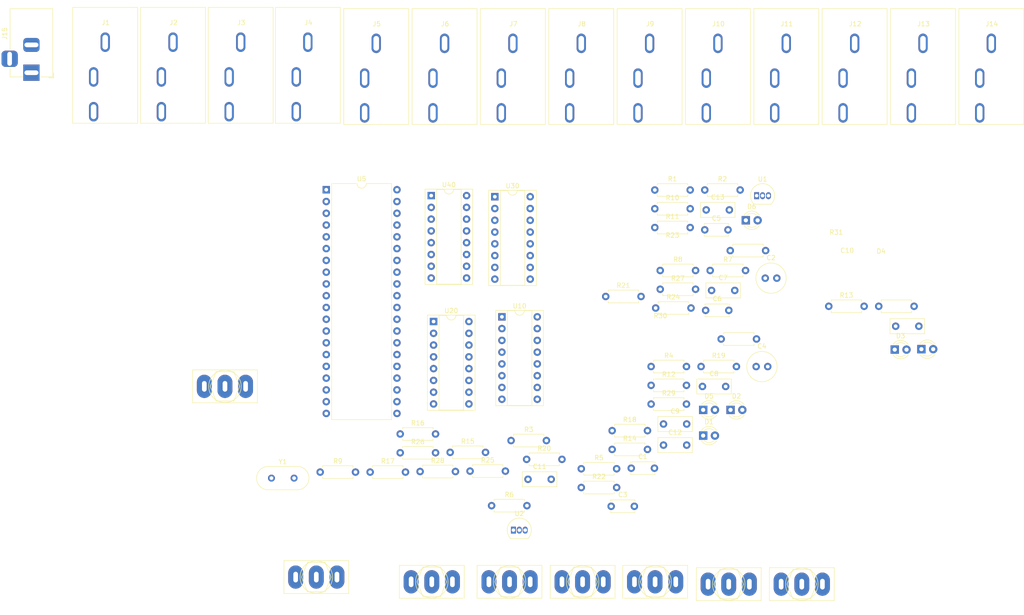
<source format=kicad_pcb>
(kicad_pcb (version 20211014) (generator pcbnew)
  (layers (0 "F.Cu" signal) (31 "B.Cu" signal) (34 "B.Paste" user) (35 "F.Paste" user) (36 "B.SilkS" user "B.Silkscreen") (37 "F.SilkS" user "F.Silkscreen") (38 "B.Mask" user) (39 "F.Mask" user) (44 "Edge.Cuts" user))
  (net 0 "")
  (net 1 "Net-(C1-Pad1)")
  (net 2 "GND")
  (net 3 "VCC")
  (net 4 "/Vr")
  (net 5 "Net-(C5-Pad1)")
  (net 6 "Net-(C6-Pad1)")
  (net 7 "Net-(C8-Pad1)")
  (net 8 "Net-(C8-Pad2)")
  (net 9 "Net-(C13-Pad1)")
  (net 10 "Net-(C13-Pad2)")
  (net 11 "/S11")
  (net 12 "/S13")
  (net 13 "/S22")
  (net 14 "/S31")
  (net 15 "/S33")
  (net 16 "/S42")
  (net 17 "Net-(R1-Pad2)")
  (net 18 "Net-(R3-Pad2)")
  (net 19 "Net-(R7-Pad2)")
  (net 20 "Net-(J2-PadT)")
  (net 21 "Net-(R9-Pad1)")
  (net 22 "Net-(J3-PadT)")
  (net 23 "Net-(J4-PadT)")
  (net 24 "Net-(R12-Pad2)")
  (net 25 "Net-(R13-Pad2)")
  (net 26 "Net-(R14-Pad2)")
  (net 27 "Net-(R15-Pad2)")
  (net 28 "Net-(J5-PadT)")
  (net 29 "Net-(R17-Pad1)")
  (net 30 "Net-(J8-PadT)")
  (net 31 "Net-(J6-PadT)")
  (net 32 "Net-(R20-Pad1)")
  (net 33 "Net-(J9-PadT)")
  (net 34 "Net-(J7-PadT)")
  (net 35 "Net-(J10-PadT)")
  (net 36 "Net-(R24-Pad2)")
  (net 37 "Net-(R25-Pad2)")
  (net 38 "Net-(J11-PadT)")
  (net 39 "Net-(R28-Pad1)")
  (net 40 "Net-(J12-PadT)")
  (net 41 "Net-(J13-PadT)")
  (net 42 "Net-(SW1-Pad2)")
  (net 43 "Net-(SW2-Pad2)")
  (net 44 "Net-(SW3-Pad2)")
  (net 45 "Net-(SW4-Pad2)")
  (net 46 "Net-(SW5-Pad2)")
  (net 47 "Net-(SW6-Pad2)")
  (net 48 "Net-(SW11-Pad1)")
  (net 49 "Net-(SW12-Pad2)")
  (net 50 "/S32")
  (net 51 "/S41")
  (net 52 "/S43")
  (net 55 "Net-(M1-Pad7)")
  (net 56 "Net-(M1-Pad6)")
  (net 57 "Net-(M1-Pad4)")
  (net 58 "Net-(M1-Pad2)")
  (net 59 "Net-(M1-Pad1)")
  (net 60 "Net-(M1-Pad9)")
  (net 61 "Net-(M1-Pad10)")
  (net 62 "Net-(M1-Pad5)")
  (net 66 "/S23")
  (net 67 "/S21")
  (net 68 "/S12")
  (footprint "BDMLibrary:SW_Toggle_Blue_wSlots" (layer "F.Cu") (at 154.188 161.036)
    (fp_text reference "SW4" hide)
    (fp_text value "Fx4")
    (pad "1" thru_hole oval (at -4.45 0) (size 3.2 5) (drill oval 1 2.3) (layers *.Cu) (net 2 "GND"))
    (pad "2" thru_hole oval (at 0 0) (size 3.2 5) (drill oval 1 2.3) (layers *.Cu) (net 45 "Net-(SW4-Pad2)"))
    (pad "3" thru_hole oval (at 4.45 0) (size 3.2 5) (drill oval 1 2.3) (layers *.Cu) (net 3 "VCC"))
  )
  (footprint "Capacitor_THT:C_Rect_L7.2mm_W3.0mm_P5.00mm_FKS2_FKP2_MKS2_MKP2" (layer "F.Cu") (at 165.198 80.81)
    (fp_text reference "C13" (at 2.5 -2.75) (layer "F.SilkS"))
    (fp_text value "2.2uF")
    (pad "1" thru_hole circle (at 0 0) (size 1.6 1.6) (drill 0.8) (layers *.Cu *.Mask) (net 9 "Net-(C13-Pad1)"))
    (pad "2" thru_hole circle (at 5 0) (size 1.6 1.6) (drill 0.8) (layers *.Cu *.Mask) (net 10 "Net-(C13-Pad2)"))
  )
  (footprint "BDMLibrary:SW_Toggle_Blue_wSlots" (layer "F.Cu") (at 61.468 118.872)
    (fp_text reference "SW11" hide)
    (fp_text value "Edit")
    (pad "1" thru_hole oval (at -4.45 0) (size 3.2 5) (drill oval 1 2.3) (layers *.Cu) (net 48 "Net-(SW11-Pad1)"))
    (pad "2" thru_hole oval (at 0 0) (size 3.2 5) (drill oval 1 2.3) (layers *.Cu) (net 3 "VCC"))
    (pad "3" thru_hole oval (at 4.45 0) (size 3.2 5) (drill oval 1 2.3) (layers *.Cu))
  )
  (footprint "Resistor_THT:R_Axial_DIN0207_L6.3mm_D2.5mm_P7.62mm_Horizontal" (layer "F.Cu") (at 155.288 93.876)
    (fp_text reference "R8" (at 3.81 -2.37) (layer "F.SilkS"))
    (fp_text value "1M")
    (pad "1" thru_hole circle (at 0 0) (size 1.6 1.6) (drill 0.8) (layers *.Cu *.Mask) (net 4 "/Vr"))
    (pad "2" thru_hole oval (at 7.62 0) (size 1.6 1.6) (drill 0.8) (layers *.Cu *.Mask) (net 20 "Net-(J2-PadT)"))
  )
  (footprint "BDMLibrary:Mono Female Socket Connector" (layer "F.Cu") (at 175.467 37.379)
    (fp_text reference "J11")
    (fp_text value "Fx5Out")
    (fp_text user "${REFERENCE}" (at 7.112 3.302 unlocked) (layer "F.SilkS"))
    (pad "1" thru_hole oval (at 7 7.5 90) (size 4.2 2) (drill oval 3.2 1.2) (layers *.Cu *.Mask))
    (pad "2" thru_hole oval (at 4.5 22.5 90) (size 4.2 2) (drill oval 3.2 1.2) (layers *.Cu *.Mask))
    (pad "3" thru_hole oval (at 4.5 15 90) (size 4.2 2) (drill oval 3.2 1.2) (layers *.Cu *.Mask))
  )
  (footprint "Package_DIP:DIP-40_W15.24mm" (layer "F.Cu") (at 83.307 76.459)
    (fp_text reference "U5" (at 7.62 -2.33) (layer "F.SilkS"))
    (fp_text value "ATmega8535-16P")
    (pad "1" thru_hole rect (at 0 0) (size 1.6 1.6) (drill 0.8) (layers *.Cu *.Mask) (net 14 "/S31"))
    (pad "2" thru_hole oval (at 0 2.54) (size 1.6 1.6) (drill 0.8) (layers *.Cu *.Mask) (net 50 "/S32"))
    (pad "3" thru_hole oval (at 0 5.08) (size 1.6 1.6) (drill 0.8) (layers *.Cu *.Mask) (net 15 "/S33"))
    (pad "4" thru_hole oval (at 0 7.62) (size 1.6 1.6) (drill 0.8) (layers *.Cu *.Mask) (net 51 "/S41"))
    (pad "5" thru_hole oval (at 0 10.16) (size 1.6 1.6) (drill 0.8) (layers *.Cu *.Mask) (net 16 "/S42"))
    (pad "6" thru_hole oval (at 0 12.7) (size 1.6 1.6) (drill 0.8) (layers *.Cu *.Mask) (net 52 "/S43"))
    (pad "7" thru_hole oval (at 0 15.24) (size 1.6 1.6) (drill 0.8) (layers *.Cu *.Mask))
    (pad "8" thru_hole oval (at 0 17.78) (size 1.6 1.6) (drill 0.8) (layers *.Cu *.Mask))
    (pad "9" thru_hole oval (at 0 20.32) (size 1.6 1.6) (drill 0.8) (layers *.Cu *.Mask) (net 3 "VCC"))
    (pad "10" thru_hole oval (at 0 22.86) (size 1.6 1.6) (drill 0.8) (layers *.Cu *.Mask) (net 3 "VCC"))
    (pad "11" thru_hole oval (at 0 25.4) (size 1.6 1.6) (drill 0.8) (layers *.Cu *.Mask) (net 2 "GND"))
    (pad "12" thru_hole oval (at 0 27.94) (size 1.6 1.6) (drill 0.8) (layers *.Cu *.Mask) (net 6 "Net-(C6-Pad1)"))
    (pad "13" thru_hole oval (at 0 30.48) (size 1.6 1.6) (drill 0.8) (layers *.Cu *.Mask) (net 5 "Net-(C5-Pad1)"))
    (pad "14" thru_hole oval (at 0 33.02) (size 1.6 1.6) (drill 0.8) (layers *.Cu *.Mask) (net 55 "Net-(M1-Pad7)"))
    (pad "15" thru_hole oval (at 0 35.56) (size 1.6 1.6) (drill 0.8) (layers *.Cu *.Mask) (net 56 "Net-(M1-Pad6)"))
    (pad "16" thru_hole oval (at 0 38.1) (size 1.6 1.6) (drill 0.8) (layers *.Cu *.Mask) (net 57 "Net-(M1-Pad4)"))
    (pad "17" thru_hole oval (at 0 40.64) (size 1.6 1.6) (drill 0.8) (layers *.Cu *.Mask) (net 58 "Net-(M1-Pad2)"))
    (pad "18" thru_hole oval (at 0 43.18) (size 1.6 1.6) (drill 0.8) (layers *.Cu *.Mask) (net 59 "Net-(M1-Pad1)"))
    (pad "19" thru_hole oval (at 0 45.72) (size 1.6 1.6) (drill 0.8) (layers *.Cu *.Mask) (net 60 "Net-(M1-Pad9)"))
    (pad "20" thru_hole oval (at 0 48.26) (size 1.6 1.6) (drill 0.8) (layers *.Cu *.Mask) (net 61 "Net-(M1-Pad10)"))
    (pad "21" thru_hole oval (at 15.24 48.26) (size 1.6 1.6) (drill 0.8) (layers *.Cu *.Mask) (net 62 "Net-(M1-Pad5)"))
    (pad "22" thru_hole oval (at 15.24 45.72) (size 1.6 1.6) (drill 0.8) (layers *.Cu *.Mask) (net 49 "Net-(SW12-Pad2)"))
    (pad "23" thru_hole oval (at 15.24 43.18) (size 1.6 1.6) (drill 0.8) (layers *.Cu *.Mask) (net 42 "Net-(SW1-Pad2)"))
    (pad "24" thru_hole oval (at 15.24 40.64) (size 1.6 1.6) (drill 0.8) (layers *.Cu *.Mask) (net 43 "Net-(SW2-Pad2)"))
    (pad "25" thru_hole oval (at 15.24 38.1) (size 1.6 1.6) (drill 0.8) (layers *.Cu *.Mask) (net 44 "Net-(SW3-Pad2)"))
    (pad "26" thru_hole oval (at 15.24 35.56) (size 1.6 1.6) (drill 0.8) (layers *.Cu *.Mask) (net 45 "Net-(SW4-Pad2)"))
    (pad "27" thru_hole oval (at 15.24 33.02) (size 1.6 1.6) (drill 0.8) (layers *.Cu *.Mask) (net 46 "Net-(SW5-Pad2)"))
    (pad "28" thru_hole oval (at 15.24 30.48) (size 1.6 1.6) (drill 0.8) (layers *.Cu *.Mask) (net 47 "Net-(SW6-Pad2)"))
    (pad "29" thru_hole oval (at 15.24 27.94) (size 1.6 1.6) (drill 0.8) (layers *.Cu *.Mask) (net 48 "Net-(SW11-Pad1)"))
    (pad "30" thru_hole oval (at 15.24 25.4) (size 1.6 1.6) (drill 0.8) (layers *.Cu *.Mask) (net 3 "VCC"))
    (pad "31" thru_hole oval (at 15.24 22.86) (size 1.6 1.6) (drill 0.8) (layers *.Cu *.Mask) (net 2 "GND"))
    (pad "32" thru_hole oval (at 15.24 20.32) (size 1.6 1.6) (drill 0.8) (layers *.Cu *.Mask))
    (pad "33" thru_hole oval (at 15.24 17.78) (size 1.6 1.6) (drill 0.8) (layers *.Cu *.Mask))
    (pad "34" thru_hole oval (at 15.24 15.24) (size 1.6 1.6) (drill 0.8) (layers *.Cu *.Mask))
    (pad "35" thru_hole oval (at 15.24 12.7) (size 1.6 1.6) (drill 0.8) (layers *.Cu *.Mask) (net 66 "/S23"))
    (pad "36" thru_hole oval (at 15.24 10.16) (size 1.6 1.6) (drill 0.8) (layers *.Cu *.Mask) (net 13 "/S22"))
    (pad "37" thru_hole oval (at 15.24 7.62) (size 1.6 1.6) (drill 0.8) (layers *.Cu *.Mask) (net 67 "/S21"))
    (pad "38" thru_hole oval (at 15.24 5.08) (size 1.6 1.6) (drill 0.8) (layers *.Cu *.Mask) (net 12 "/S13"))
    (pad "39" thru_hole oval (at 15.24 2.54) (size 1.6 1.6) (drill 0.8) (layers *.Cu *.Mask) (net 68 "/S12"))
    (pad "40" thru_hole oval (at 15.24 0) (size 1.6 1.6) (drill 0.8) (layers *.Cu *.Mask) (net 11 "/S11"))
  )
  (footprint "Resistor_THT:R_Axial_DIN0207_L6.3mm_D2.5mm_P7.62mm_Horizontal" (layer "F.Cu") (at 202.392 101.598)
    (fp_text reference "R31" (at -9.15 -15.952) (layer "F.SilkS"))
    (fp_text value "1M")
    (pad "1" thru_hole circle (at 0 0) (size 1.6 1.6) (drill 0.8) (layers *.Cu *.Mask) (net 4 "/Vr"))
    (pad "2" thru_hole oval (at 7.62 0) (size 1.6 1.6) (drill 0.8) (layers *.Cu *.Mask) (net 41 "Net-(J13-PadT)"))
  )
  (footprint "BDMLibrary:Mono Female Socket Connector" (layer "F.Cu") (at 57.865 37.125)
    (fp_text reference "J3")
    (fp_text value "Fx1Out")
    (fp_text user "${REFERENCE}" (at 7.112 3.302 unlocked) (layer "F.SilkS"))
    (pad "1" thru_hole oval (at 7 7.5 90) (size 4.2 2) (drill oval 3.2 1.2) (layers *.Cu *.Mask))
    (pad "2" thru_hole oval (at 4.5 22.5 90) (size 4.2 2) (drill oval 3.2 1.2) (layers *.Cu *.Mask))
    (pad "3" thru_hole oval (at 4.5 15 90) (size 4.2 2) (drill oval 3.2 1.2) (layers *.Cu *.Mask))
  )
  (footprint "BDMLibrary:Mono Female Socket Connector" (layer "F.Cu") (at 204.931 37.379)
    (fp_text reference "J13")
    (fp_text value "Fx6Out")
    (fp_text user "${REFERENCE}" (at 7.112 3.302 unlocked) (layer "F.SilkS"))
    (pad "1" thru_hole oval (at 7 7.5 90) (size 4.2 2) (drill oval 3.2 1.2) (layers *.Cu *.Mask))
    (pad "2" thru_hole oval (at 4.5 22.5 90) (size 4.2 2) (drill oval 3.2 1.2) (layers *.Cu *.Mask))
    (pad "3" thru_hole oval (at 4.5 15 90) (size 4.2 2) (drill oval 3.2 1.2) (layers *.Cu *.Mask))
  )
  (footprint "BDMLibrary:Mono Female Socket Connector" (layer "F.Cu") (at 219.663 37.379)
    (fp_text reference "J14")
    (fp_text value "Out")
    (fp_text user "${REFERENCE}" (at 7.112 3.302 unlocked) (layer "F.SilkS"))
    (pad "1" thru_hole oval (at 7 7.5 90) (size 4.2 2) (drill oval 3.2 1.2) (layers *.Cu *.Mask))
    (pad "2" thru_hole oval (at 4.5 22.5 90) (size 4.2 2) (drill oval 3.2 1.2) (layers *.Cu *.Mask))
    (pad "3" thru_hole oval (at 4.5 15 90) (size 4.2 2) (drill oval 3.2 1.2) (layers *.Cu *.Mask))
  )
  (footprint "Capacitor_THT:C_Rect_L7.2mm_W3.0mm_P5.00mm_FKS2_FKP2_MKS2_MKP2" (layer "F.Cu") (at 155.996 127)
    (fp_text reference "C9" (at 2.5 -2.75) (layer "F.SilkS"))
    (fp_text value "100nF")
    (pad "1" thru_hole circle (at 0 0) (size 1.6 1.6) (drill 0.8) (layers *.Cu *.Mask) (net 2 "GND"))
    (pad "2" thru_hole circle (at 5 0) (size 1.6 1.6) (drill 0.8) (layers *.Cu *.Mask) (net 3 "VCC"))
  )
  (footprint "LED_THT:LED_D3.0mm" (layer "F.Cu") (at 164.546 129.5)
    (fp_text reference "D1" (at 1.27 -2.96) (layer "F.SilkS"))
    (fp_text value "LED")
    (pad "1" thru_hole rect (at 0 0) (size 1.8 1.8) (drill 0.9) (layers *.Cu *.Mask) (net 2 "GND"))
    (pad "2" thru_hole circle (at 2.54 0) (size 1.8 1.8) (drill 0.9) (layers *.Cu *.Mask) (net 11 "/S11"))
  )
  (footprint "Resistor_THT:R_Axial_DIN0207_L6.3mm_D2.5mm_P7.62mm_Horizontal" (layer "F.Cu") (at 164.096 114.6)
    (fp_text reference "R19" (at 3.81 -2.37) (layer "F.SilkS"))
    (fp_text value "1M")
    (pad "1" thru_hole circle (at 0 0) (size 1.6 1.6) (drill 0.8) (layers *.Cu *.Mask) (net 4 "/Vr"))
    (pad "2" thru_hole oval (at 7.62 0) (size 1.6 1.6) (drill 0.8) (layers *.Cu *.Mask) (net 31 "Net-(J6-PadT)"))
  )
  (footprint "Resistor_THT:R_Axial_DIN0207_L6.3mm_D2.5mm_P7.62mm_Horizontal" (layer "F.Cu") (at 138.276 136.65)
    (fp_text reference "R5" (at 3.81 -2.37) (layer "F.SilkS"))
    (fp_text value "1M")
    (pad "1" thru_hole circle (at 0 0) (size 1.6 1.6) (drill 0.8) (layers *.Cu *.Mask) (net 7 "Net-(C8-Pad1)"))
    (pad "2" thru_hole oval (at 7.62 0) (size 1.6 1.6) (drill 0.8) (layers *.Cu *.Mask) (net 2 "GND"))
  )
  (footprint "Resistor_THT:R_Axial_DIN0207_L6.3mm_D2.5mm_P7.62mm_Horizontal" (layer "F.Cu") (at 81.99 137.37)
    (fp_text reference "R9" (at 3.81 -2.37) (layer "F.SilkS"))
    (fp_text value "1M")
    (pad "1" thru_hole circle (at 0 0) (size 1.6 1.6) (drill 0.8) (layers *.Cu *.Mask) (net 21 "Net-(R9-Pad1)"))
    (pad "2" thru_hole oval (at 7.62 0) (size 1.6 1.6) (drill 0.8) (layers *.Cu *.Mask) (net 4 "/Vr"))
  )
  (footprint "Resistor_THT:R_Axial_DIN0207_L6.3mm_D2.5mm_P7.62mm_Horizontal" (layer "F.Cu") (at 118.942 144.61)
    (fp_text reference "R6" (at 3.81 -2.37) (layer "F.SilkS"))
    (fp_text value "1M")
    (pad "1" thru_hole circle (at 0 0) (size 1.6 1.6) (drill 0.8) (layers *.Cu *.Mask) (net 4 "/Vr"))
    (pad "2" thru_hole oval (at 7.62 0) (size 1.6 1.6) (drill 0.8) (layers *.Cu *.Mask) (net 8 "Net-(C8-Pad2)"))
  )
  (footprint "LED_THT:LED_D3.0mm" (layer "F.Cu") (at 173.748 83.05)
    (fp_text reference "D6" (at 1.27 -2.96) (layer "F.SilkS"))
    (fp_text value "LED")
    (pad "1" thru_hole rect (at 0 0) (size 1.8 1.8) (drill 0.9) (layers *.Cu *.Mask) (net 2 "GND"))
    (pad "2" thru_hole circle (at 2.54 0) (size 1.8 1.8) (drill 0.9) (layers *.Cu *.Mask) (net 16 "/S42"))
  )
  (footprint "Capacitor_THT:C_Rect_L7.2mm_W3.0mm_P5.00mm_FKS2_FKP2_MKS2_MKP2" (layer "F.Cu") (at 155.996 131.55)
    (fp_text reference "C12" (at 2.5 -2.75) (layer "F.SilkS"))
    (fp_text value "100nF")
    (pad "1" thru_hole circle (at 0 0) (size 1.6 1.6) (drill 0.8) (layers *.Cu *.Mask) (net 2 "GND"))
    (pad "2" thru_hole circle (at 5 0) (size 1.6 1.6) (drill 0.8) (layers *.Cu *.Mask) (net 3 "VCC"))
  )
  (footprint "Resistor_THT:R_Axial_DIN0207_L6.3mm_D2.5mm_P7.62mm_Horizontal" (layer "F.Cu") (at 99.24 129.15)
    (fp_text reference "R16" (at 3.81 -2.37) (layer "F.SilkS"))
    (fp_text value "1M")
    (pad "1" thru_hole circle (at 0 0) (size 1.6 1.6) (drill 0.8) (layers *.Cu *.Mask) (net 4 "/Vr"))
    (pad "2" thru_hole oval (at 7.62 0) (size 1.6 1.6) (drill 0.8) (layers *.Cu *.Mask) (net 28 "Net-(J5-PadT)"))
  )
  (footprint "Resistor_THT:R_Axial_DIN0207_L6.3mm_D2.5mm_P7.62mm_Horizontal" (layer "F.Cu") (at 114.3 137.16)
    (fp_text reference "R25" (at 3.81 -2.37) (layer "F.SilkS"))
    (fp_text value "1M")
    (pad "1" thru_hole circle (at 0 0) (size 1.6 1.6) (drill 0.8) (layers *.Cu *.Mask) (net 4 "/Vr"))
    (pad "2" thru_hole oval (at 7.62 0) (size 1.6 1.6) (drill 0.8) (layers *.Cu *.Mask) (net 37 "Net-(R25-Pad2)"))
  )
  (footprint "Resistor_THT:R_Axial_DIN0207_L6.3mm_D2.5mm_P7.62mm_Horizontal" (layer "F.Cu") (at 138.276 140.7)
    (fp_text reference "R22" (at 3.81 -2.37) (layer "F.SilkS"))
    (fp_text value "1M")
    (pad "1" thru_hole circle (at 0 0) (size 1.6 1.6) (drill 0.8) (layers *.Cu *.Mask) (net 4 "/Vr"))
    (pad "2" thru_hole oval (at 7.62 0) (size 1.6 1.6) (drill 0.8) (layers *.Cu *.Mask) (net 34 "Net-(J7-PadT)"))
  )
  (footprint "BDMLibrary:Mono Female Socket Connector" (layer "F.Cu") (at 131.271 37.379)
    (fp_text reference "J8")
    (fp_text value "Fx4In")
    (fp_text user "${REFERENCE}" (at 7.112 3.302 unlocked) (layer "F.SilkS"))
    (pad "1" thru_hole oval (at 7 7.5 90) (size 4.2 2) (drill oval 3.2 1.2) (layers *.Cu *.Mask))
    (pad "2" thru_hole oval (at 4.5 22.5 90) (size 4.2 2) (drill oval 3.2 1.2) (layers *.Cu *.Mask))
    (pad "3" thru_hole oval (at 4.5 15 90) (size 4.2 2) (drill oval 3.2 1.2) (layers *.Cu *.Mask))
  )
  (footprint "Resistor_THT:R_Axial_DIN0207_L6.3mm_D2.5mm_P7.62mm_Horizontal" (layer "F.Cu") (at 170.388 89.586)
    (fp_text reference "R23" (at -12.45 -3.296) (layer "F.SilkS"))
    (fp_text value "1M")
    (pad "1" thru_hole circle (at 0 0) (size 1.6 1.6) (drill 0.8) (layers *.Cu *.Mask) (net 4 "/Vr"))
    (pad "2" thru_hole oval (at 7.62 0) (size 1.6 1.6) (drill 0.8) (layers *.Cu *.Mask) (net 35 "Net-(J10-PadT)"))
  )
  (footprint "Package_DIP:DIP-16_W7.62mm_Socket" (layer "F.Cu") (at 106.436 104.892)
    (fp_text reference "U20" (at 3.81 -2.33) (layer "F.SilkS"))
    (fp_text value "CD4053B")
    (pad "1" thru_hole rect (at 0 0) (size 1.6 1.6) (drill 0.8) (layers *.Cu *.Mask) (net 29 "Net-(R17-Pad1)"))
    (pad "2" thru_hole oval (at 0 2.54) (size 1.6 1.6) (drill 0.8) (layers *.Cu *.Mask) (net 31 "Net-(J6-PadT)"))
    (pad "3" thru_hole oval (at 0 5.08) (size 1.6 1.6) (drill 0.8) (layers *.Cu *.Mask) (net 29 "Net-(R17-Pad1)"))
    (pad "4" thru_hole oval (at 0 7.62) (size 1.6 1.6) (drill 0.8) (layers *.Cu *.Mask) (net 26 "Net-(R14-Pad2)"))
    (pad "5" thru_hole oval (at 0 10.16) (size 1.6 1.6) (drill 0.8) (layers *.Cu *.Mask) (net 34 "Net-(J7-PadT)"))
    (pad "6" thru_hole oval (at 0 12.7) (size 1.6 1.6) (drill 0.8) (layers *.Cu *.Mask) (net 2 "GND"))
    (pad "7" thru_hole oval (at 0 15.24) (size 1.6 1.6) (drill 0.8) (layers *.Cu *.Mask) (net 2 "GND"))
    (pad "8" thru_hole oval (at 0 17.78) (size 1.6 1.6) (drill 0.8) (layers *.Cu *.Mask) (net 2 "GND"))
    (pad "9" thru_hole oval (at 7.62 17.78) (size 1.6 1.6) (drill 0.8) (layers *.Cu *.Mask) (net 66 "/S23"))
    (pad "10" thru_hole oval (at 7.62 15.24) (size 1.6 1.6) (drill 0.8) (layers *.Cu *.Mask) (net 13 "/S22"))
    (pad "11" thru_hole oval (at 7.62 12.7) (size 1.6 1.6) (drill 0.8) (layers *.Cu *.Mask) (net 67 "/S21"))
    (pad "12" thru_hole oval (at 7.62 10.16) (size 1.6 1.6) (drill 0.8) (layers *.Cu *.Mask) (net 28 "Net-(J5-PadT)"))
    (pad "13" thru_hole oval (at 7.62 7.62) (size 1.6 1.6) (drill 0.8) (layers *.Cu *.Mask) (net 24 "Net-(R12-Pad2)"))
    (pad "14" thru_hole oval (at 7.62 5.08) (size 1.6 1.6) (drill 0.8) (layers *.Cu *.Mask) (net 25 "Net-(R13-Pad2)"))
    (pad "15" thru_hole oval (at 7.62 2.54) (size 1.6 1.6) (drill 0.8) (layers *.Cu *.Mask) (net 25 "Net-(R13-Pad2)"))
    (pad "16" thru_hole oval (at 7.62 0) (size 1.6 1.6) (drill 0.8) (layers *.Cu *.Mask) (net 3 "VCC"))
  )
  (footprint "Package_DIP:DIP-16_W7.62mm_Socket" (layer "F.Cu") (at 121.168 103.876)
    (fp_text reference "U10" (at 3.81 -2.33) (layer "F.SilkS"))
    (fp_text value "CD4053B")
    (pad "1" thru_hole rect (at 0 0) (size 1.6 1.6) (drill 0.8) (layers *.Cu *.Mask) (net 21 "Net-(R9-Pad1)"))
    (pad "2" thru_hole oval (at 0 2.54) (size 1.6 1.6) (drill 0.8) (layers *.Cu *.Mask) (net 22 "Net-(J3-PadT)"))
    (pad "3" thru_hole oval (at 0 5.08) (size 1.6 1.6) (drill 0.8) (layers *.Cu *.Mask) (net 24 "Net-(R12-Pad2)"))
    (pad "4" thru_hole oval (at 0 7.62) (size 1.6 1.6) (drill 0.8) (layers *.Cu *.Mask) (net 19 "Net-(R7-Pad2)"))
    (pad "5" thru_hole oval (at 0 10.16) (size 1.6 1.6) (drill 0.8) (layers *.Cu *.Mask) (net 23 "Net-(J4-PadT)"))
    (pad "6" thru_hole oval (at 0 12.7) (size 1.6 1.6) (drill 0.8) (layers *.Cu *.Mask) (net 2 "GND"))
    (pad "7" thru_hole oval (at 0 15.24) (size 1.6 1.6) (drill 0.8) (layers *.Cu *.Mask) (net 2 "GND"))
    (pad "8" thru_hole oval (at 0 17.78) (size 1.6 1.6) (drill 0.8) (layers *.Cu *.Mask) (net 2 "GND"))
    (pad "9" thru_hole oval (at 7.62 17.78) (size 1.6 1.6) (drill 0.8) (layers *.Cu *.Mask) (net 12 "/S13"))
    (pad "10" thru_hole oval (at 7.62 15.24) (size 1.6 1.6) (drill 0.8) (layers *.Cu *.Mask) (net 68 "/S12"))
    (pad "11" thru_hole oval (at 7.62 12.7) (size 1.6 1.6) (drill 0.8) (layers *.Cu *.Mask) (net 11 "/S11"))
    (pad "12" thru_hole oval (at 7.62 10.16) (size 1.6 1.6) (drill 0.8) (layers *.Cu *.Mask) (net 20 "Net-(J2-PadT)"))
    (pad "13" thru_hole oval (at 7.62 7.62) (size 1.6 1.6) (drill 0.8) (layers *.Cu *.Mask) (net 21 "Net-(R9-Pad1)"))
    (pad "14" thru_hole oval (at 7.62 5.08) (size 1.6 1.6) (drill 0.8) (layers *.Cu *.Mask) (net 8 "Net-(C8-Pad2)"))
    (pad "15" thru_hole oval (at 7.62 2.54) (size 1.6 1.6) (drill 0.8) (layers *.Cu *.Mask) (net 19 "Net-(R7-Pad2)"))
    (pad "16" thru_hole oval (at 7.62 0) (size 1.6 1.6) (drill 0.8) (layers *.Cu *.Mask) (net 3 "VCC"))
  )
  (footprint "Capacitor_THT:C_Rect_L7.2mm_W3.0mm_P5.00mm_FKS2_FKP2_MKS2_MKP2" (layer "F.Cu") (at 126.792 138.92)
    (fp_text reference "C11" (at 2.5 -2.75) (layer "F.SilkS"))
    (fp_text value "100nF")
    (pad "1" thru_hole circle (at 0 0) (size 1.6 1.6) (drill 0.8) (layers *.Cu *.Mask) (net 2 "GND"))
    (pad "2" thru_hole circle (at 5 0) (size 1.6 1.6) (drill 0.8) (layers *.Cu *.Mask) (net 3 "VCC"))
  )
  (footprint "Capacitor_THT:C_Rect_L7.2mm_W3.0mm_P5.00mm_FKS2_FKP2_MKS2_MKP2" (layer "F.Cu") (at 164.396 118.9)
    (fp_text reference "C8" (at 2.5 -2.75) (layer "F.SilkS"))
    (fp_text value "2.2uF")
    (pad "1" thru_hole circle (at 0 0) (size 1.6 1.6) (drill 0.8) (layers *.Cu *.Mask) (net 7 "Net-(C8-Pad1)"))
    (pad "2" thru_hole circle (at 5 0) (size 1.6 1.6) (drill 0.8) (layers *.Cu *.Mask) (net 8 "Net-(C8-Pad2)"))
  )
  (footprint "Resistor_THT:R_Axial_DIN0207_L6.3mm_D2.5mm_P7.62mm_Horizontal" (layer "F.Cu") (at 92.76 137.37)
    (fp_text reference "R17" (at 3.81 -2.37) (layer "F.SilkS"))
    (fp_text value "1M")
    (pad "1" thru_hole circle (at 0 0) (size 1.6 1.6) (drill 0.8) (layers *.Cu *.Mask) (net 29 "Net-(R17-Pad1)"))
    (pad "2" thru_hole oval (at 7.62 0) (size 1.6 1.6) (drill 0.8) (layers *.Cu *.Mask) (net 4 "/Vr"))
  )
  (footprint "Resistor_THT:R_Axial_DIN0207_L6.3mm_D2.5mm_P7.62mm_Horizontal" (layer "F.Cu") (at 153.326 114.6)
    (fp_text reference "R4" (at 3.81 -2.37) (layer "F.SilkS"))
    (fp_text value "470")
    (pad "1" thru_hole circle (at 0 0) (size 1.6 1.6) (drill 0.8) (layers *.Cu *.Mask) (net 18 "Net-(R3-Pad2)"))
    (pad "2" thru_hole oval (at 7.62 0) (size 1.6 1.6) (drill 0.8) (layers *.Cu *.Mask) (net 2 "GND"))
  )
  (footprint "Resistor_THT:R_Axial_DIN0207_L6.3mm_D2.5mm_P7.62mm_Horizontal" (layer "F.Cu") (at 143.538 99.486)
    (fp_text reference "R21" (at 3.81 -2.37) (layer "F.SilkS"))
    (fp_text value "1M")
    (pad "1" thru_hole circle (at 0 0) (size 1.6 1.6) (drill 0.8) (layers *.Cu *.Mask) (net 4 "/Vr"))
    (pad "2" thru_hole oval (at 7.62 0) (size 1.6 1.6) (drill 0.8) (layers *.Cu *.Mask) (net 33 "Net-(J9-PadT)"))
  )
  (footprint "LED_THT:LED_D3.0mm" (layer "F.Cu") (at 164.546 123.95)
    (fp_text reference "D5" (at 1.27 -2.96) (layer "F.SilkS"))
    (fp_text value "LED")
    (pad "1" thru_hole rect (at 0 0) (size 1.8 1.8) (drill 0.9) (layers *.Cu *.Mask) (net 2 "GND"))
    (pad "2" thru_hole circle (at 2.54 0) (size 1.8 1.8) (drill 0.9) (layers *.Cu *.Mask) (net 15 "/S33"))
  )
  (footprint "Resistor_THT:R_Axial_DIN0207_L6.3mm_D2.5mm_P7.62mm_Horizontal" (layer "F.Cu") (at 168.426 108.66)
    (fp_text reference "R30" (at -13.098 -5.004) (layer "F.SilkS"))
    (fp_text value "1M")
    (pad "1" thru_hole circle (at 0 0) (size 1.6 1.6) (drill 0.8) (layers *.Cu *.Mask) (net 10 "Net-(C13-Pad2)"))
    (pad "2" thru_hole oval (at 7.62 0) (size 1.6 1.6) (drill 0.8) (layers *.Cu *.Mask) (net 2 "GND"))
  )
  (footprint "Resistor_THT:R_Axial_DIN0207_L6.3mm_D2.5mm_P7.62mm_Horizontal" (layer "F.Cu") (at 154.128 84.61)
    (fp_text reference "R11" (at 3.81 -2.37) (layer "F.SilkS"))
    (fp_text value "1M")
    (pad "1" thru_hole circle (at 0 0) (size 1.6 1.6) (drill 0.8) (layers *.Cu *.Mask) (net 4 "/Vr"))
    (pad "2" thru_hole oval (at 7.62 0) (size 1.6 1.6) (drill 0.8) (layers *.Cu *.Mask) (net 23 "Net-(J4-PadT)"))
  )
  (footprint "BDMLibrary:Mono Female Socket Connector" (layer "F.Cu") (at 28.655 37.125)
    (fp_text reference "J1")
    (fp_text value "In")
    (fp_text user "${REFERENCE}" (at 7.112 3.302 unlocked) (layer "F.SilkS"))
    (pad "1" thru_hole oval (at 7 7.5 90) (size 4.2 2) (drill oval 3.2 1.2) (layers *.Cu *.Mask))
    (pad "2" thru_hole oval (at 4.5 22.5 90) (size 4.2 2) (drill oval 3.2 1.2) (layers *.Cu *.Mask))
    (pad "3" thru_hole oval (at 4.5 15 90) (size 4.2 2) (drill oval 3.2 1.2) (layers *.Cu *.Mask))
  )
  (footprint "Connector_BarrelJack:BarrelJack_Horizontal" (layer "F.Cu") (at 19.7535 51.212 -90)
    (fp_text reference "J15" (at -8.45 5.75 90) (layer "F.SilkS"))
    (fp_text value "Jack-DC")
    (pad "1" thru_hole rect (at 0 0 270) (size 3.5 3.5) (drill oval 1 3) (layers *.Cu *.Mask) (net 2 "GND"))
    (pad "2" thru_hole roundrect (at -6 0 270) (size 3 3.5) (drill oval 1 3) (layers *.Cu *.Mask) (net 1 "Net-(C1-Pad1)"))
    (pad "3" thru_hole roundrect (at -3 4.7 270) (size 3.5 3.5) (drill oval 3 1) (layers *.Cu *.Mask))
  )
  (footprint "Resistor_THT:R_Axial_DIN0207_L6.3mm_D2.5mm_P7.62mm_Horizontal" (layer "F.Cu") (at 123.142 130.57)
    (fp_text reference "R3" (at 3.81 -2.37) (layer "F.SilkS"))
    (fp_text value "470")
    (pad "1" thru_hole circle (at 0 0) (size 1.6 1.6) (drill 0.8) (layers *.Cu *.Mask) (net 4 "/Vr"))
    (pad "2" thru_hole oval (at 7.62 0) (size 1.6 1.6) (drill 0.8) (layers *.Cu *.Mask) (net 18 "Net-(R3-Pad2)"))
  )
  (footprint "BDMLibrary:SW_Toggle_Blue_wSlots" (layer "F.Cu") (at 106.05 161.036)
    (fp_text reference "SW1" hide)
    (fp_text value "Fx1")
    (pad "1" thru_hole oval (at -4.45 0) (size 3.2 5) (drill oval 1 2.3) (layers *.Cu) (net 2 "GND"))
    (pad "2" thru_hole oval (at 0 0) (size 3.2 5) (drill oval 1 2.3) (layers *.Cu) (net 42 "Net-(SW1-Pad2)"))
    (pad "3" thru_hole oval (at 4.45 0) (size 3.2 5) (drill oval 1 2.3) (layers *.Cu) (net 3 "VCC"))
  )
  (footprint "BDMLibrary:Mono Female Socket Connector" (layer "F.Cu") (at 43.269769 37.125)
    (fp_text reference "J2")
    (fp_text value "Fx1In")
    (fp_text user "${REFERENCE}" (at 7.112 3.302 unlocked) (layer "F.SilkS"))
    (pad "1" thru_hole oval (at 7 7.5 90) (size 4.2 2) (drill oval 3.2 1.2) (layers *.Cu *.Mask))
    (pad "2" thru_hole oval (at 4.5 22.5 90) (size 4.2 2) (drill oval 3.2 1.2) (layers *.Cu *.Mask))
    (pad "3" thru_hole oval (at 4.5 15 90) (size 4.2 2) (drill oval 3.2 1.2) (layers *.Cu *.Mask))
  )
  (footprint "BDMLibrary:Mono Female Socket Connector" (layer "F.Cu") (at 87.075 37.379)
    (fp_text reference "J5")
    (fp_text value "Fx2Out")
    (fp_text user "${REFERENCE}" (at 7.112 3.302 unlocked) (layer "F.SilkS"))
    (pad "1" thru_hole oval (at 7 7.5 90) (size 4.2 2) (drill oval 3.2 1.2) (layers *.Cu *.Mask))
    (pad "2" thru_hole oval (at 4.5 22.5 90) (size 4.2 2) (drill oval 3.2 1.2) (layers *.Cu *.Mask))
    (pad "3" thru_hole oval (at 4.5 15 90) (size 4.2 2) (drill oval 3.2 1.2) (layers *.Cu *.Mask))
  )
  (footprint "Resistor_THT:R_Axial_DIN0207_L6.3mm_D2.5mm_P7.62mm_Horizontal" (layer "F.Cu") (at 154.308 101.976)
    (fp_text reference "R24" (at 3.81 -2.37) (layer "F.SilkS"))
    (fp_text value "1M")
    (pad "1" thru_hole circle (at 0 0) (size 1.6 1.6) (drill 0.8) (layers *.Cu *.Mask) (net 4 "/Vr"))
    (pad "2" thru_hole oval (at 7.62 0) (size 1.6 1.6) (drill 0.8) (layers *.Cu *.Mask) (net 36 "Net-(R24-Pad2)"))
  )
  (footprint "BDMLibrary:Mono Female Socket Connector" (layer "F.Cu") (at 116.539 37.379)
    (fp_text reference "J7")
    (fp_text value "Fx3Out")
    (fp_text user "${REFERENCE}" (at 7.112 3.302 unlocked) (layer "F.SilkS"))
    (pad "1" thru_hole oval (at 7 7.5 90) (size 4.2 2) (drill oval 3.2 1.2) (layers *.Cu *.Mask))
    (pad "2" thru_hole oval (at 4.5 22.5 90) (size 4.2 2) (drill oval 3.2 1.2) (layers *.Cu *.Mask))
    (pad "3" thru_hole oval (at 4.5 15 90) (size 4.2 2) (drill oval 3.2 1.2) (layers *.Cu *.Mask))
  )
  (footprint "Crystal:Crystal_HC49-U_Vertical" (layer "F.Cu") (at 71.49 138.67)
    (fp_text reference "Y1" (at 2.44 -3.525) (layer "F.SilkS"))
    (fp_text value "12MHz")
    (pad "1" thru_hole circle (at 0 0) (size 1.5 1.5) (drill 0.8) (layers *.Cu *.Mask) (net 5 "Net-(C5-Pad1)"))
    (pad "2" thru_hole circle (at 4.88 0) (size 1.5 1.5) (drill 0.8) (layers *.Cu *.Mask) (net 6 "Net-(C6-Pad1)"))
  )
  (footprint "Capacitor_THT:C_Rect_L7.2mm_W3.0mm_P5.00mm_FKS2_FKP2_MKS2_MKP2" (layer "F.Cu") (at 166.358 98.176)
    (fp_text reference "C7" (at 2.5 -2.75) (layer "F.SilkS"))
    (fp_text value "100nF")
    (pad "1" thru_hole circle (at 0 0) (size 1.6 1.6) (drill 0.8) (layers *.Cu *.Mask) (net 3 "VCC"))
    (pad "2" thru_hole circle (at 5 0) (size 1.6 1.6) (drill 0.8) (layers *.Cu *.Mask) (net 2 "GND"))
  )
  (footprint "Resistor_THT:R_Axial_DIN0207_L6.3mm_D2.5mm_P7.62mm_Horizontal" (layer "F.Cu") (at 154.128 76.51)
    (fp_text reference "R1" (at 3.81 -2.37) (layer "F.SilkS"))
    (fp_text value "330")
    (pad "1" thru_hole circle (at 0 0) (size 1.6 1.6) (drill 0.8) (layers *.Cu *.Mask) (net 3 "VCC"))
    (pad "2" thru_hole oval (at 7.62 0) (size 1.6 1.6) (drill 0.8) (layers *.Cu *.Mask) (net 17 "Net-(R1-Pad2)"))
  )
  (footprint "BDMLibrary:SW_Toggle_Blue_wSlots" (layer "F.Cu") (at 138.562 161.036)
    (fp_text reference "SW3" hide)
    (fp_text value "Fx3")
    (pad "1" thru_hole oval (at -4.45 0) (size 3.2 5) (drill oval 1 2.3) (layers *.Cu) (net 2 "GND"))
    (pad "2" thru_hole oval (at 0 0) (size 3.2 5) (drill oval 1 2.3) (layers *.Cu) (net 44 "Net-(SW3-Pad2)"))
    (pad "3" thru_hole oval (at 4.45 0) (size 3.2 5) (drill oval 1 2.3) (layers *.Cu) (net 3 "VCC"))
  )
  (footprint "LED_THT:LED_D3.0mm" (layer "F.Cu") (at 211.59 110.852)
    (fp_text reference "D4" (at -8.688 -21.116) (layer "F.SilkS"))
    (fp_text value "LED")
    (pad "1" thru_hole rect (at 0 0) (size 1.8 1.8) (drill 0.9) (layers *.Cu *.Mask) (net 2 "GND"))
    (pad "2" thru_hole circle (at 2.54 0) (size 1.8 1.8) (drill 0.9) (layers *.Cu *.Mask) (net 14 "/S31"))
  )
  (footprint "BDMLibrary:Mono Female Socket Connector" (layer "F.Cu") (at 190.199 37.379)
    (fp_text reference "J12")
    (fp_text value "Fx6In")
    (fp_text user "${REFERENCE}" (at 7.112 3.302 unlocked) (layer "F.SilkS"))
    (pad "1" thru_hole oval (at 7 7.5 90) (size 4.2 2) (drill oval 3.2 1.2) (layers *.Cu *.Mask))
    (pad "2" thru_hole oval (at 4.5 22.5 90) (size 4.2 2) (drill oval 3.2 1.2) (layers *.Cu *.Mask))
    (pad "3" thru_hole oval (at 4.5 15 90) (size 4.2 2) (drill oval 3.2 1.2) (layers *.Cu *.Mask))
  )
  (footprint "LED_THT:LED_D3.0mm" (layer "F.Cu") (at 170.446 123.95)
    (fp_text reference "D2" (at 1.27 -2.96) (layer "F.SilkS"))
    (fp_text value "LED")
    (pad "1" thru_hole rect (at 0 0) (size 1.8 1.8) (drill 0.9) (layers *.Cu *.Mask) (net 2 "GND"))
    (pad "2" thru_hole circle (at 2.54 0) (size 1.8 1.8) (drill 0.9) (layers *.Cu *.Mask) (net 12 "/S13"))
  )
  (footprint "BDMLibrary:Mono Female Socket Connector" (layer "F.Cu") (at 101.807 37.379)
    (fp_text reference "J6")
    (fp_text value "Fx3In")
    (fp_text user "${REFERENCE}" (at 7.112 3.302 unlocked) (layer "F.SilkS"))
    (pad "1" thru_hole oval (at 7 7.5 90) (size 4.2 2) (drill oval 3.2 1.2) (layers *.Cu *.Mask))
    (pad "2" thru_hole oval (at 4.5 22.5 90) (size 4.2 2) (drill oval 3.2 1.2) (layers *.Cu *.Mask))
    (pad "3" thru_hole oval (at 4.5 15 90) (size 4.2 2) (drill oval 3.2 1.2) (layers *.Cu *.Mask))
  )
  (footprint "Package_TO_SOT_THT:TO-92_Inline" (layer "F.Cu") (at 176.078 77.74)
    (fp_text reference "U1" (at 1.27 -3.56) (layer "F.SilkS"))
    (fp_text value "LM317L_TO92")
    (pad "1" thru_hole rect (at 0 0) (size 1.05 1.5) (drill 0.75) (layers *.Cu *.Mask) (net 17 "Net-(R1-Pad2)"))
    (pad "2" thru_hole oval (at 1.27 0) (size 1.05 1.5) (drill 0.75) (layers *.Cu *.Mask) (net 3 "VCC"))
    (pad "3" thru_hole oval (at 2.54 0) (size 1.05 1.5) (drill 0.75) (layers *.Cu *.Mask) (net 1 "Net-(C1-Pad1)"))
  )
  (footprint "Resistor_THT:R_Axial_DIN0207_L6.3mm_D2.5mm_P7.62mm_Horizontal" (layer "F.Cu") (at 164.898 76.51)
    (fp_text reference "R2" (at 3.81 -2.37) (layer "F.SilkS"))
    (fp_text value "1k")
    (pad "1" thru_hole circle (at 0 0) (size 1.6 1.6) (drill 0.8) (layers *.Cu *.Mask) (net 17 "Net-(R1-Pad2)"))
    (pad "2" thru_hole oval (at 7.62 0) (size 1.6 1.6) (drill 0.8) (layers *.Cu *.Mask) (net 2 "GND"))
  )
  (footprint "Package_TO_SOT_THT:TO-92_Inline" (layer "F.Cu") (at 123.642 149.89)
    (fp_text reference "U2" (at 1.27 -3.56) (layer "F.SilkS"))
    (fp_text value "LM317L_TO92")
    (pad "1" thru_hole rect (at 0 0) (size 1.05 1.5) (drill 0.75) (layers *.Cu *.Mask) (net 18 "Net-(R3-Pad2)"))
    (pad "2" thru_hole oval (at 1.27 0) (size 1.05 1.5) (drill 0.75) (layers *.Cu *.Mask) (net 4 "/Vr"))
    (pad "3" thru_hole oval (at 2.54 0) (size 1.05 1.5) (drill 0.75) (layers *.Cu *.Mask) (net 1 "Net-(C1-Pad1)"))
  )
  (footprint "Resistor_THT:R_Axial_DIN0207_L6.3mm_D2.5mm_P7.62mm_Horizontal" (layer "F.Cu") (at 99.24 133.2)
    (fp_text reference "R26" (at 3.81 -2.37) (layer "F.SilkS"))
    (fp_text value "1M")
    (pad "1" thru_hole circle (at 0 0) (size 1.6 1.6) (drill 0.8) (layers *.Cu *.Mask) (net 4 "/Vr"))
    (pad "2" thru_hole oval (at 7.62 0) (size 1.6 1.6) (drill 0.8) (layers *.Cu *.Mask) (net 9 "Net-(C13-Pad1)"))
  )
  (footprint "Resistor_THT:R_Axial_DIN0207_L6.3mm_D2.5mm_P7.62mm_Horizontal" (layer "F.Cu") (at 110.01 133.11)
    (fp_text reference "R15" (at 3.81 -2.37) (layer "F.SilkS"))
    (fp_text value "1M")
    (pad "1" thru_hole circle (at 0 0) (size 1.6 1.6) (drill 0.8) (layers *.Cu *.Mask) (net 4 "/Vr"))
    (pad "2" thru_hole oval (at 7.62 0) (size 1.6 1.6) (drill 0.8) (layers *.Cu *.Mask) (net 27 "Net-(R15-Pad2)"))
  )
  (footprint "Resistor_THT:R_Axial_DIN0207_L6.3mm_D2.5mm_P7.62mm_Horizontal" (layer "F.Cu") (at 144.926 128.43)
    (fp_text reference "R18" (at 3.81 -2.37) (layer "F.SilkS"))
    (fp_text value "1M")
    (pad "1" thru_hole circle (at 0 0) (size 1.6 1.6) (drill 0.8) (layers *.Cu *.Mask) (net 4 "/Vr"))
    (pad "2" thru_hole oval (at 7.62 0) (size 1.6 1.6) (drill 0.8) (layers *.Cu *.Mask) (net 30 "Net-(J8-PadT)"))
  )
  (footprint "BDMLibrary:Mono Female Socket Connector" (layer "F.Cu") (at 72.343 37.125)
    (fp_text reference "J4")
    (fp_text value "Fx2In")
    (fp_text user "${REFERENCE}" (at 7.112 3.302 unlocked) (layer "F.SilkS"))
    (pad "1" thru_hole oval (at 7 7.5 90) (size 4.2 2) (drill oval 3.2 1.2) (layers *.Cu *.Mask))
    (pad "2" thru_hole oval (at 4.5 22.5 90) (size 4.2 2) (drill oval 3.2 1.2) (layers *.Cu *.Mask))
    (pad "3" thru_hole oval (at 4.5 15 90) (size 4.2 2) (drill oval 3.2 1.2) (layers *.Cu *.Mask))
  )
  (footprint "BDMLibrary:SW_Toggle_Blue_wSlots" (layer "F.Cu") (at 170.058 161.544)
    (fp_text reference "SW5" hide)
    (fp_text value "Fx5")
    (pad "1" thru_hole oval (at -4.45 0) (size 3.2 5) (drill oval 1 2.3) (layers *.Cu) (net 2 "GND"))
    (pad "2" thru_hole oval (at 0 0) (size 3.2 5) (drill oval 1 2.3) (layers *.Cu) (net 46 "Net-(SW5-Pad2)"))
    (pad "3" thru_hole oval (at 4.45 0) (size 3.2 5) (drill oval 1 2.3) (layers *.Cu) (net 3 "VCC"))
  )
  (footprint "Resistor_THT:R_Axial_DIN0207_L6.3mm_D2.5mm_P7.62mm_Horizontal" (layer "F.Cu") (at 153.326 122.7)
    (fp_text reference "R29" (at 3.81 -2.37) (layer "F.SilkS"))
    (fp_text value "1M")
    (pad "1" thru_hole circle (at 0 0) (size 1.6 1.6) (drill 0.8) (layers *.Cu *.Mask) (net 4 "/Vr"))
    (pad "2" thru_hole oval (at 7.62 0) (size 1.6 1.6) (drill 0.8) (layers *.Cu *.Mask) (net 40 "Net-(J12-PadT)"))
  )
  (footprint "Capacitor_THT:C_Disc_D5.0mm_W2.5mm_P5.00mm" (layer "F.Cu") (at 164.898 85.11)
    (fp_text reference "C5" (at 2.5 -2.5) (layer "F.SilkS"))
    (fp_text value "22pF")
    (pad "1" thru_hole circle (at 0 0) (size 1.6 1.6) (drill 0.8) (layers *.Cu *.Mask) (net 5 "Net-(C5-Pad1)"))
    (pad "2" thru_hole circle (at 5 0) (size 1.6 1.6) (drill 0.8) (layers *.Cu *.Mask) (net 2 "GND"))
  )
  (footprint "Capacitor_THT:C_Disc_D5.0mm_W2.5mm_P5.00mm" (layer "F.Cu") (at 144.716 144.75)
    (fp_text reference "C3" (at 2.5 -2.5) (layer "F.SilkS"))
    (fp_text value "100pF")
    (pad "1" thru_hole circle (at 0 0) (size 1.6 1.6) (drill 0.8) (layers *.Cu *.Mask) (net 1 "Net-(C1-Pad1)"))
    (pad "2" thru_hole circle (at 5 0) (size 1.6 1.6) (drill 0.8) (layers *.Cu *.Mask) (net 2 "GND"))
  )
  (footprint "Capacitor_THT:C_Radial_D6.3mm_H11.0mm_P2.50mm" (layer "F.Cu") (at 177.928 95.536)
    (fp_text reference "C2" (at 1.25 -4.4) (layer "F.SilkS"))
    (fp_text value "1uF")
    (pad "1" thru_hole circle (at 0 0) (size 1.6 1.6) (drill 0.8) (layers *.Cu *.Mask) (net 3 "VCC"))
    (pad "2" thru_hole circle (at 2.5 0) (size 1.6 1.6) (drill 0.8) (layers *.Cu *.Mask) (net 2 "GND"))
  )
  (footprint "Resistor_THT:R_Axial_DIN0207_L6.3mm_D2.5mm_P7.62mm_Horizontal" (layer "F.Cu") (at 191.622 101.598)
    (fp_text reference "R13" (at 3.81 -2.37) (layer "F.SilkS"))
    (fp_text value "1M")
    (pad "1" thru_hole circle (at 0 0) (size 1.6 1.6) (drill 0.8) (layers *.Cu *.Mask) (net 4 "/Vr"))
    (pad "2" thru_hole oval (at 7.62 0) (size 1.6 1.6) (drill 0.8) (layers *.Cu *.Mask) (net 25 "Net-(R13-Pad2)"))
  )
  (footprint "BDMLibrary:SW_Toggle_Blue_wSlots" (layer "F.Cu") (at 81.158 160.02)
    (fp_text reference "SW12" hide)
    (fp_text value "All")
    (pad "1" thru_hole oval (at -4.45 0) (size 3.2 5) (drill oval 1 2.3) (layers *.Cu) (net 2 "GND"))
    (pad "2" thru_hole oval (at 0 0) (size 3.2 5) (drill oval 1 2.3) (layers *.Cu) (net 49 "Net-(SW12-Pad2)"))
    (pad "3" thru_hole oval (at 4.45 0) (size 3.2 5) (drill oval 1 2.3) (layers *.Cu) (net 3 "VCC"))
  )
  (footprint "Package_DIP:DIP-16_W7.62mm_Socket" (layer "F.Cu") (at 119.644 77.968)
    (fp_text reference "U30" (at 3.81 -2.33) (layer "F.SilkS"))
    (fp_text value "CD4053B")
    (pad "1" thru_hole rect (at 0 0) (size 1.6 1.6) (drill 0.8) (layers *.Cu *.Mask) (net 32 "Net-(R20-Pad1)"))
    (pad "2" thru_hole oval (at 0 2.54) (size 1.6 1.6) (drill 0.8) (layers *.Cu *.Mask) (net 33 "Net-(J9-PadT)"))
    (pad "3" thru_hole oval (at 0 5.08) (size 1.6 1.6) (drill 0.8) (layers *.Cu *.Mask) (net 36 "Net-(R24-Pad2)"))
    (pad "4" thru_hole oval (at 0 7.62) (size 1.6 1.6) (drill 0.8) (layers *.Cu *.Mask) (net 27 "Net-(R15-Pad2)"))
    (pad "5" thru_hole oval (at 0 10.16) (size 1.6 1.6) (drill 0.8) (layers *.Cu *.Mask) (net 35 "Net-(J10-PadT)"))
    (pad "6" thru_hole oval (at 0 12.7) (size 1.6 1.6) (drill 0.8) (layers *.Cu *.Mask) (net 2 "GND"))
    (pad "7" thru_hole oval (at 0 15.24) (size 1.6 1.6) (drill 0.8) (layers *.Cu *.Mask) (net 2 "GND"))
    (pad "8" thru_hole oval (at 0 17.78) (size 1.6 1.6) (drill 0.8) (layers *.Cu *.Mask) (net 2 "GND"))
    (pad "9" thru_hole oval (at 7.62 17.78) (size 1.6 1.6) (drill 0.8) (layers *.Cu *.Mask) (net 15 "/S33"))
    (pad "10" thru_hole oval (at 7.62 15.24) (size 1.6 1.6) (drill 0.8) (layers *.Cu *.Mask) (net 50 "/S32"))
    (pad "11" thru_hole oval (at 7.62 12.7) (size 1.6 1.6) (drill 0.8) (layers *.Cu *.Mask) (net 14 "/S31"))
    (pad "12" thru_hole oval (at 7.62 10.16) (size 1.6 1.6) (drill 0.8) (layers *.Cu *.Mask) (net 30 "Net-(J8-PadT)"))
    (pad "13" thru_hole oval (at 7.62 7.62) (size 1.6 1.6) (drill 0.8) (layers *.Cu *.Mask) (net 32 "Net-(R20-Pad1)"))
    (pad "14" thru_hole oval (at 7.62 5.08) (size 1.6 1.6) (drill 0.8) (layers *.Cu *.Mask) (net 26 "Net-(R14-Pad2)"))
    (pad "15" thru_hole oval (at 7.62 2.54) (size 1.6 1.6) (drill 0.8) (layers *.Cu *.Mask) (net 27 "Net-(R15-Pad2)"))
    (pad "16" thru_hole oval (at 7.62 0) (size 1.6 1.6) (drill 0.8) (layers *.Cu *.Mask) (net 3 "VCC"))
  )
  (footprint "Resistor_THT:R_Axial_DIN0207_L6.3mm_D2.5mm_P7.62mm_Horizontal" (layer "F.Cu") (at 126.492 134.62)
    (fp_text reference "R20" (at 3.81 -2.37) (layer "F.SilkS"))
    (fp_text value "1M")
    (pad "1" thru_hole circle (at 0 0) (size 1.6 1.6) (drill 0.8) (layers *.Cu *.Mask) (net 32 "Net-(R20-Pad1)"))
    (pad "2" thru_hole oval (at 7.62 0) (size 1.6 1.6) (drill 0.8) (layers *.Cu *.Mask) (net 4 "/Vr"))
  )
  (footprint "BDMLibrary:SW_Toggle_Blue_wSlots" (layer "F.Cu") (at 122.814 161.036 180)
    (fp_text reference "SW2" hide)
    (fp_text value "Fx2")
    (pad "1" thru_hole oval (at -4.45 0 180) (size 3.2 5) (drill oval 1 2.3) (layers *.Cu) (net 2 "GND"))
    (pad "2" thru_hole oval (at 0 0 180) (size 3.2 5) (drill oval 1 2.3) (layers *.Cu) (net 43 "Net-(SW2-Pad2)"))
    (pad "3" thru_hole oval (at 4.45 0 180) (size 3.2 5) (drill oval 1 2.3) (layers *.Cu) (net 3 "VCC"))
  )
  (footprint "BDMLibrary:Mono Female Socket Connector" (layer "F.Cu") (at 146.003 37.379)
    (fp_text reference "J9")
    (fp_text value "Fx4Out")
    (fp_text user "${REFERENCE}" (at 7.112 3.302 unlocked) (layer "F.SilkS"))
    (pad "1" thru_hole oval (at 7 7.5 90) (size 4.2 2) (drill oval 3.2 1.2) (layers *.Cu *.Mask))
    (pad "2" thru_hole oval (at 4.5 22.5 90) (size 4.2 2) (drill oval 3.2 1.2) (layers *.Cu *.Mask))
    (pad "3" thru_hole oval (at 4.5 15 90) (size 4.2 2) (drill oval 3.2 1.2) (layers *.Cu *.Mask))
  )
  (footprint "Capacitor_THT:C_Disc_D5.0mm_W2.5mm_P5.00mm" (layer "F.Cu") (at 165.078 102.476)
    (fp_text reference "C6" (at 2.5 -2.5) (layer "F.SilkS"))
    (fp_text value "22pF")
    (pad "1" thru_hole circle (at 0 0) (size 1.6 1.6) (drill 0.8) (layers *.Cu *.Mask) (net 6 "Net-(C6-Pad1)"))
    (pad "2" thru_hole circle (at 5 0) (size 1.6 1.6) (drill 0.8) (layers *.Cu *.Mask) (net 2 "GND"))
  )
  (footprint "LED_THT:LED_D3.0mm" (layer "F.Cu") (at 205.842 110.948)
    (fp_text reference "D3" (at 1.27 -2.96) (layer "F.SilkS"))
    (fp_text value "LED")
    (pad "1" thru_hole rect (at 0 0) (size 1.8 1.8) (drill 0.9) (layers *.Cu *.Mask) (net 2 "GND"))
    (pad "2" thru_hole circle (at 2.54 0) (size 1.8 1.8) (drill 0.9) (layers *.Cu *.Mask) (net 13 "/S22"))
  )
  (footprint "Resistor_THT:R_Axial_DIN0207_L6.3mm_D2.5mm_P7.62mm_Horizontal" (layer "F.Cu") (at 144.926 132.48)
    (fp_text reference "R14" (at 3.81 -2.37) (layer "F.SilkS"))
    (fp_text value "1M")
    (pad "1" thru_hole circle (at 0 0) (size 1.6 1.6) (drill 0.8) (layers *.Cu *.Mask) (net 4 "/Vr"))
    (pad "2" thru_hole oval (at 7.62 0) (size 1.6 1.6) (drill 0.8) (layers *.Cu *.Mask) (net 26 "Net-(R14-Pad2)"))
  )
  (footprint "Capacitor_THT:C_Radial_D6.3mm_H11.0mm_P2.50mm" (layer "F.Cu") (at 175.966 114.61)
    (fp_text reference "C4" (at 1.25 -4.4) (layer "F.SilkS"))
    (fp_text value "1uF")
    (pad "1" thru_hole circle (at 0 0) (size 1.6 1.6) (drill 0.8) (layers *.Cu *.Mask) (net 4 "/Vr"))
    (pad "2" thru_hole circle (at 2.5 0) (size 1.6 1.6) (drill 0.8) (layers *.Cu *.Mask) (net 2 "GND"))
  )
  (footprint "Resistor_THT:R_Axial_DIN0207_L6.3mm_D2.5mm_P7.62mm_Horizontal" (layer "F.Cu") (at 155.288 97.926)
    (fp_text reference "R27" (at 3.81 -2.37) (layer "F.SilkS"))
    (fp_text value "1M")
    (pad "1" thru_hole circle (at 0 0) (size 1.6 1.6) (drill 0.8) (layers *.Cu *.Mask) (net 4 "/Vr"))
    (pad "2" thru_hole oval (at 7.62 0) (size 1.6 1.6) (drill 0.8) (layers *.Cu *.Mask) (net 38 "Net-(J11-PadT)"))
  )
  (footprint "Package_DIP:DIP-16_W7.62mm_Socket" (layer "F.Cu") (at 105.928 77.724)
    (fp_text reference "U40" (at 3.81 -2.33) (layer "F.SilkS"))
    (fp_text value "CD4053B")
    (pad "1" thru_hole rect (at 0 0) (size 1.6 1.6) (drill 0.8) (layers *.Cu *.Mask) (net 39 "Net-(R28-Pad1)"))
    (pad "2" thru_hole oval (at 0 2.54) (size 1.6 1.6) (drill 0.8) (layers *.Cu *.Mask) (net 40 "Net-(J12-PadT)"))
    (pad "3" thru_hole oval (at 0 5.08) (size 1.6 1.6) (drill 0.8) (layers *.Cu *.Mask) (net 39 "Net-(R28-Pad1)"))
    (pad "4" thru_hole oval (at 0 7.62) (size 1.6 1.6) (drill 0.8) (layers *.Cu *.Mask) (net 9 "Net-(C13-Pad1)"))
    (pad "5" thru_hole oval (at 0 10.16) (size 1.6 1.6) (drill 0.8) (layers *.Cu *.Mask) (net 41 "Net-(J13-PadT)"))
    (pad "6" thru_hole oval (at 0 12.7) (size 1.6 1.6) (drill 0.8) (layers *.Cu *.Mask) (net 2 "GND"))
    (pad "7" thru_hole oval (at 0 15.24) (size 1.6 1.6) (drill 0.8) (layers *.Cu *.Mask) (net 2 "GND"))
    (pad "8" thru_hole oval (at 0 17.78) (size 1.6 1.6) (drill 0.8) (layers *.Cu *.Mask) (net 2 "GND"))
    (pad "9" thru_hole oval (at 7.62 17.78) (size 1.6 1.6) (drill 0.8) (layers *.Cu *.Mask) (net 52 "/S43"))
    (pad "10" thru_hole oval (at 7.62 15.24) (size 1.6 1.6) (drill 0.8) (layers *.Cu *.Mask) (net 16 "/S42"))
    (pad "11" thru_hole oval (at 7.62 12.7) (size 1.6 1.6) (drill 0.8) (layers *.Cu *.Mask) (net 51 "/S41"))
    (pad "12" thru_hole oval (at 7.62 10.16) (size 1.6 1.6) (drill 0.8) (layers *.Cu *.Mask) (net 38 "Net-(J11-PadT)"))
    (pad "13" thru_hole oval (at 7.62 7.62) (size 1.6 1.6) (drill 0.8) (layers *.Cu *.Mask) (net 36 "Net-(R24-Pad2)"))
    (pad "14" thru_hole oval (at 7.62 5.08) (size 1.6 1.6) (drill 0.8) (layers *.Cu *.Mask) (net 37 "Net-(R25-Pad2)"))
    (pad "15" thru_hole oval (at 7.62 2.54) (size 1.6 1.6) (drill 0.8) (layers *.Cu *.Mask) (net 37 "Net-(R25-Pad2)"))
    (pad "16" thru_hole oval (at 7.62 0) (size 1.6 1.6) (drill 0.8) (layers *.Cu *.Mask) (net 3 "VCC"))
  )
  (footprint "BDMLibrary:Mono Female Socket Connector" (layer "F.Cu") (at 160.735 37.379)
    (fp_text reference "J10")
    (fp_text value "Fx5In")
    (fp_text user "${REFERENCE}" (at 7.112 3.302 unlocked) (layer "F.SilkS"))
    (pad "1" thru_hole oval (at 7 7.5 90) (size 4.2 2) (drill oval 3.2 1.2) (layers *.Cu *.Mask))
    (pad "2" thru_hole oval (at 4.5 22.5 90) (size 4.2 2) (drill oval 3.2 1.2) (layers *.Cu *.Mask))
    (pad "3" thru_hole oval (at 4.5 15 90) (size 4.2 2) (drill oval 3.2 1.2) (layers *.Cu *.Mask))
  )
  (footprint "BDMLibrary:SW_Toggle_Blue_wSlots" (layer "F.Cu") (at 185.806 161.544)
    (fp_text reference "SW6" hide)
    (fp_text value "Fx6")
    (pad "1" thru_hole oval (at -4.45 0) (size 3.2 5) (drill oval 1 2.3) (layers *.Cu) (net 2 "GND"))
    (pad "2" thru_hole oval (at 0 0) (size 3.2 5) (drill oval 1 2.3) (layers *.Cu) (net 47 "Net-(SW6-Pad2)"))
    (pad "3" thru_hole oval (at 4.45 0) (size 3.2 5) (drill oval 1 2.3) (layers *.Cu) (net 3 "VCC"))
  )
  (footprint "Resistor_THT:R_Axial_DIN0207_L6.3mm_D2.5mm_P7.62mm_Horizontal" (layer "F.Cu") (at 166.058 93.876)
    (fp_text reference "R7" (at 3.81 -2.37) (layer "F.SilkS"))
    (fp_text value "1M")
    (pad "1" thru_hole circle (at 0 0) (size 1.6 1.6) (drill 0.8) (layers *.Cu *.Mask) (net 4 "/Vr"))
    (pad "2" thru_hole oval (at 7.62 0) (size 1.6 1.6) (drill 0.8) (layers *.Cu *.Mask) (net 19 "Net-(R7-Pad2)"))
  )
  (footprint "Resistor_THT:R_Axial_DIN0207_L6.3mm_D2.5mm_P7.62mm_Horizontal" (layer "F.Cu") (at 153.326 118.65)
    (fp_text reference "R12" (at 3.81 -2.37) (layer "F.SilkS"))
    (fp_text value "1M")
    (pad "1" thru_hole circle (at 0 0) (size 1.6 1.6) (drill 0.8) (layers *.Cu *.Mask) (net 4 "/Vr"))
    (pad "2" thru_hole oval (at 7.62 0) (size 1.6 1.6) (drill 0.8) (layers *.Cu *.Mask) (net 24 "Net-(R12-Pad2)"))
  )
  (footprint "Resistor_THT:R_Axial_DIN0207_L6.3mm_D2.5mm_P7.62mm_Horizontal" (layer "F.Cu") (at 154.128 80.56)
    (fp_text reference "R10" (at 3.81 -2.37) (layer "F.SilkS"))
    (fp_text value "1M")
    (pad "1" thru_hole circle (at 0 0) (size 1.6 1.6) (drill 0.8) (layers *.Cu *.Mask) (net 4 "/Vr"))
    (pad "2" thru_hole oval (at 7.62 0) (size 1.6 1.6) (drill 0.8) (layers *.Cu *.Mask) (net 22 "Net-(J3-PadT)"))
  )
  (footprint "Capacitor_THT:C_Disc_D5.0mm_W2.5mm_P5.00mm" (layer "F.Cu") (at 149.046 136.53)
    (fp_text reference "C1" (at 2.5 -2.5) (layer "F.SilkS"))
    (fp_text value "100pF")
    (pad "1" thru_hole circle (at 0 0) (size 1.6 1.6) (drill 0.8) (layers *.Cu *.Mask) (net 1 "Net-(C1-Pad1)"))
    (pad "2" thru_hole circle (at 5 0) (size 1.6 1.6) (drill 0.8) (layers *.Cu *.Mask) (net 2 "GND"))
  )
  (footprint "Capacitor_THT:C_Rect_L7.2mm_W3.0mm_P5.00mm_FKS2_FKP2_MKS2_MKP2" (layer "F.Cu") (at 206.042 105.898)
    (fp_text reference "C10" (at -10.46 -16.332) (layer "F.SilkS"))
    (fp_text value "100nF")
    (pad "1" thru_hole circle (at 0 0) (size 1.6 1.6) (drill 0.8) (layers *.Cu *.Mask) (net 2 "GND"))
    (pad "2" thru_hole circle (at 5 0) (size 1.6 1.6) (drill 0.8) (layers *.Cu *.Mask) (net 3 "VCC"))
  )
  (footprint "Resistor_THT:R_Axial_DIN0207_L6.3mm_D2.5mm_P7.62mm_Horizontal" (layer "F.Cu") (at 103.53 137.25)
    (fp_text reference "R28" (at 3.81 -2.37) (layer "F.SilkS"))
    (fp_text value "1M")
    (pad "1" thru_hole circle (at 0 0) (size 1.6 1.6) (drill 0.8) (layers *.Cu *.Mask) (net 39 "Net-(R28-Pad1)"))
    (pad "2" thru_hole oval (at 7.62 0) (size 1.6 1.6) (drill 0.8) (layers *.Cu *.Mask) (net 4 "/Vr"))
  )
)
</source>
